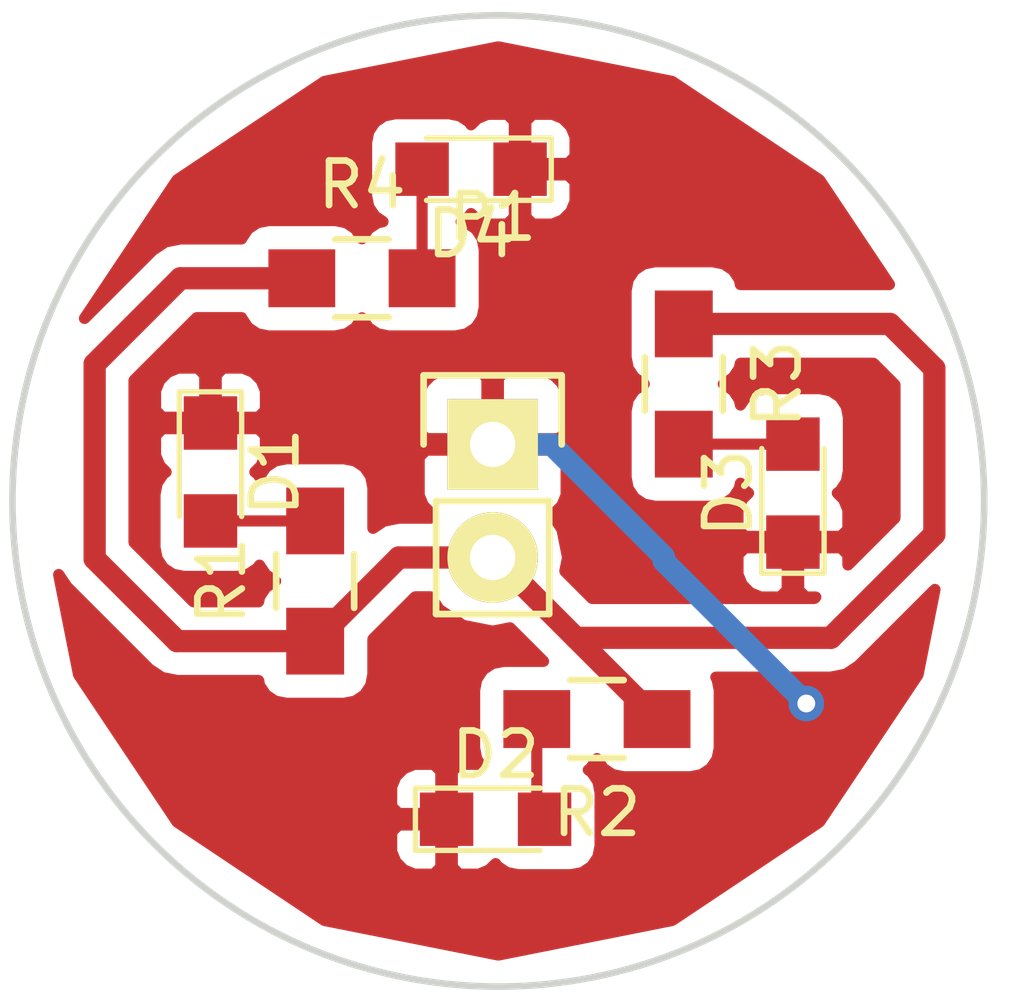
<source format=kicad_pcb>
(kicad_pcb (version 20170123) (host pcbnew no-vcs-found-7545~57~ubuntu16.04.1)

  (general
    (links 12)
    (no_connects 0)
    (area 29.403776 16.068776 51.368224 38.033224)
    (thickness 1.6)
    (drawings 1)
    (tracks 27)
    (zones 0)
    (modules 9)
    (nets 7)
  )

  (page A4)
  (title_block
    (title "Round PCB Example")
    (date 2017-02-02)
    (rev 0.1)
    (company "Amitesh Singh")
  )

  (layers
    (0 F.Cu signal)
    (31 B.Cu signal)
    (32 B.Adhes user)
    (33 F.Adhes user)
    (34 B.Paste user)
    (35 F.Paste user)
    (36 B.SilkS user)
    (37 F.SilkS user)
    (38 B.Mask user)
    (39 F.Mask user)
    (40 Dwgs.User user)
    (41 Cmts.User user)
    (42 Eco1.User user)
    (43 Eco2.User user)
    (44 Edge.Cuts user)
    (45 Margin user)
    (46 B.CrtYd user)
    (47 F.CrtYd user)
    (48 B.Fab user)
    (49 F.Fab user)
  )

  (setup
    (last_trace_width 0.25)
    (trace_clearance 0.2)
    (zone_clearance 0.508)
    (zone_45_only no)
    (trace_min 0.2)
    (segment_width 0.2)
    (edge_width 0.15)
    (via_size 0.8)
    (via_drill 0.4)
    (via_min_size 0.4)
    (via_min_drill 0.3)
    (uvia_size 0.3)
    (uvia_drill 0.1)
    (uvias_allowed no)
    (uvia_min_size 0.2)
    (uvia_min_drill 0.1)
    (pcb_text_width 0.3)
    (pcb_text_size 1.5 1.5)
    (mod_edge_width 0.15)
    (mod_text_size 1 1)
    (mod_text_width 0.15)
    (pad_size 1.524 1.524)
    (pad_drill 0.762)
    (pad_to_mask_clearance 0.2)
    (aux_axis_origin 0 0)
    (visible_elements FFFFF77F)
    (pcbplotparams
      (layerselection 0x00030_ffffffff)
      (usegerberextensions false)
      (excludeedgelayer true)
      (linewidth 0.100000)
      (plotframeref false)
      (viasonmask false)
      (mode 1)
      (useauxorigin false)
      (hpglpennumber 1)
      (hpglpenspeed 20)
      (hpglpendiameter 15)
      (psnegative false)
      (psa4output false)
      (plotreference true)
      (plotvalue true)
      (plotinvisibletext false)
      (padsonsilk false)
      (subtractmaskfromsilk false)
      (outputformat 1)
      (mirror false)
      (drillshape 1)
      (scaleselection 1)
      (outputdirectory ""))
  )

  (net 0 "")
  (net 1 "Net-(D1-Pad2)")
  (net 2 GND)
  (net 3 "Net-(D2-Pad2)")
  (net 4 "Net-(D3-Pad2)")
  (net 5 "Net-(D4-Pad2)")
  (net 6 VCC)

  (net_class Default "This is the default net class."
    (clearance 0.2)
    (trace_width 0.25)
    (via_dia 0.8)
    (via_drill 0.4)
    (uvia_dia 0.3)
    (uvia_drill 0.1)
    (add_net "Net-(D1-Pad2)")
    (add_net "Net-(D2-Pad2)")
    (add_net "Net-(D3-Pad2)")
    (add_net "Net-(D4-Pad2)")
  )

  (net_class power ""
    (clearance 0.3)
    (trace_width 0.5)
    (via_dia 0.8)
    (via_drill 0.4)
    (uvia_dia 0.3)
    (uvia_drill 0.1)
    (add_net GND)
    (add_net VCC)
  )

  (module LEDs:LED_0805 (layer F.Cu) (tedit 57FE93EC) (tstamp 58923117)
    (at 33.925 26.4 270)
    (descr "LED 0805 smd package")
    (tags "LED led 0805 SMD smd SMT smt smdled SMDLED smtled SMTLED")
    (path /58922E2D)
    (attr smd)
    (fp_text reference D1 (at 0 -1.45 270) (layer F.SilkS)
      (effects (font (size 1 1) (thickness 0.15)))
    )
    (fp_text value LED (at 0 1.55 270) (layer F.Fab)
      (effects (font (size 1 1) (thickness 0.15)))
    )
    (fp_line (start -1.8 -0.7) (end -1.8 0.7) (layer F.SilkS) (width 0.12))
    (fp_line (start -0.4 -0.4) (end -0.4 0.4) (layer F.Fab) (width 0.1))
    (fp_line (start -0.4 0) (end 0.2 -0.4) (layer F.Fab) (width 0.1))
    (fp_line (start 0.2 0.4) (end -0.4 0) (layer F.Fab) (width 0.1))
    (fp_line (start 0.2 -0.4) (end 0.2 0.4) (layer F.Fab) (width 0.1))
    (fp_line (start 1 0.6) (end -1 0.6) (layer F.Fab) (width 0.1))
    (fp_line (start 1 -0.6) (end 1 0.6) (layer F.Fab) (width 0.1))
    (fp_line (start -1 -0.6) (end 1 -0.6) (layer F.Fab) (width 0.1))
    (fp_line (start -1 0.6) (end -1 -0.6) (layer F.Fab) (width 0.1))
    (fp_line (start -1.8 0.7) (end 1 0.7) (layer F.SilkS) (width 0.12))
    (fp_line (start -1.8 -0.7) (end 1 -0.7) (layer F.SilkS) (width 0.12))
    (fp_line (start 1.95 -0.85) (end 1.95 0.85) (layer F.CrtYd) (width 0.05))
    (fp_line (start 1.95 0.85) (end -1.95 0.85) (layer F.CrtYd) (width 0.05))
    (fp_line (start -1.95 0.85) (end -1.95 -0.85) (layer F.CrtYd) (width 0.05))
    (fp_line (start -1.95 -0.85) (end 1.95 -0.85) (layer F.CrtYd) (width 0.05))
    (pad 2 smd rect (at 1.1 0 90) (size 1.2 1.2) (layers F.Cu F.Paste F.Mask)
      (net 1 "Net-(D1-Pad2)"))
    (pad 1 smd rect (at -1.1 0 90) (size 1.2 1.2) (layers F.Cu F.Paste F.Mask)
      (net 2 GND))
    (model LEDs.3dshapes/LED_0805.wrl
      (at (xyz 0 0 0))
      (scale (xyz 1 1 1))
      (rotate (xyz 0 0 180))
    )
  )

  (module LEDs:LED_0805 (layer F.Cu) (tedit 57FE93EC) (tstamp 5892311D)
    (at 40.325 34.2)
    (descr "LED 0805 smd package")
    (tags "LED led 0805 SMD smd SMT smt smdled SMDLED smtled SMTLED")
    (path /58922EA5)
    (attr smd)
    (fp_text reference D2 (at 0 -1.45) (layer F.SilkS)
      (effects (font (size 1 1) (thickness 0.15)))
    )
    (fp_text value LED (at 0 1.55) (layer F.Fab)
      (effects (font (size 1 1) (thickness 0.15)))
    )
    (fp_line (start -1.95 -0.85) (end 1.95 -0.85) (layer F.CrtYd) (width 0.05))
    (fp_line (start -1.95 0.85) (end -1.95 -0.85) (layer F.CrtYd) (width 0.05))
    (fp_line (start 1.95 0.85) (end -1.95 0.85) (layer F.CrtYd) (width 0.05))
    (fp_line (start 1.95 -0.85) (end 1.95 0.85) (layer F.CrtYd) (width 0.05))
    (fp_line (start -1.8 -0.7) (end 1 -0.7) (layer F.SilkS) (width 0.12))
    (fp_line (start -1.8 0.7) (end 1 0.7) (layer F.SilkS) (width 0.12))
    (fp_line (start -1 0.6) (end -1 -0.6) (layer F.Fab) (width 0.1))
    (fp_line (start -1 -0.6) (end 1 -0.6) (layer F.Fab) (width 0.1))
    (fp_line (start 1 -0.6) (end 1 0.6) (layer F.Fab) (width 0.1))
    (fp_line (start 1 0.6) (end -1 0.6) (layer F.Fab) (width 0.1))
    (fp_line (start 0.2 -0.4) (end 0.2 0.4) (layer F.Fab) (width 0.1))
    (fp_line (start 0.2 0.4) (end -0.4 0) (layer F.Fab) (width 0.1))
    (fp_line (start -0.4 0) (end 0.2 -0.4) (layer F.Fab) (width 0.1))
    (fp_line (start -0.4 -0.4) (end -0.4 0.4) (layer F.Fab) (width 0.1))
    (fp_line (start -1.8 -0.7) (end -1.8 0.7) (layer F.SilkS) (width 0.12))
    (pad 1 smd rect (at -1.1 0 180) (size 1.2 1.2) (layers F.Cu F.Paste F.Mask)
      (net 2 GND))
    (pad 2 smd rect (at 1.1 0 180) (size 1.2 1.2) (layers F.Cu F.Paste F.Mask)
      (net 3 "Net-(D2-Pad2)"))
    (model LEDs.3dshapes/LED_0805.wrl
      (at (xyz 0 0 0))
      (scale (xyz 1 1 1))
      (rotate (xyz 0 0 180))
    )
  )

  (module LEDs:LED_0805 (layer F.Cu) (tedit 57FE93EC) (tstamp 58923123)
    (at 47 26.875 90)
    (descr "LED 0805 smd package")
    (tags "LED led 0805 SMD smd SMT smt smdled SMDLED smtled SMTLED")
    (path /58922EC7)
    (attr smd)
    (fp_text reference D3 (at 0 -1.45 90) (layer F.SilkS)
      (effects (font (size 1 1) (thickness 0.15)))
    )
    (fp_text value LED (at 0 1.55 90) (layer F.Fab)
      (effects (font (size 1 1) (thickness 0.15)))
    )
    (fp_line (start -1.8 -0.7) (end -1.8 0.7) (layer F.SilkS) (width 0.12))
    (fp_line (start -0.4 -0.4) (end -0.4 0.4) (layer F.Fab) (width 0.1))
    (fp_line (start -0.4 0) (end 0.2 -0.4) (layer F.Fab) (width 0.1))
    (fp_line (start 0.2 0.4) (end -0.4 0) (layer F.Fab) (width 0.1))
    (fp_line (start 0.2 -0.4) (end 0.2 0.4) (layer F.Fab) (width 0.1))
    (fp_line (start 1 0.6) (end -1 0.6) (layer F.Fab) (width 0.1))
    (fp_line (start 1 -0.6) (end 1 0.6) (layer F.Fab) (width 0.1))
    (fp_line (start -1 -0.6) (end 1 -0.6) (layer F.Fab) (width 0.1))
    (fp_line (start -1 0.6) (end -1 -0.6) (layer F.Fab) (width 0.1))
    (fp_line (start -1.8 0.7) (end 1 0.7) (layer F.SilkS) (width 0.12))
    (fp_line (start -1.8 -0.7) (end 1 -0.7) (layer F.SilkS) (width 0.12))
    (fp_line (start 1.95 -0.85) (end 1.95 0.85) (layer F.CrtYd) (width 0.05))
    (fp_line (start 1.95 0.85) (end -1.95 0.85) (layer F.CrtYd) (width 0.05))
    (fp_line (start -1.95 0.85) (end -1.95 -0.85) (layer F.CrtYd) (width 0.05))
    (fp_line (start -1.95 -0.85) (end 1.95 -0.85) (layer F.CrtYd) (width 0.05))
    (pad 2 smd rect (at 1.1 0 270) (size 1.2 1.2) (layers F.Cu F.Paste F.Mask)
      (net 4 "Net-(D3-Pad2)"))
    (pad 1 smd rect (at -1.1 0 270) (size 1.2 1.2) (layers F.Cu F.Paste F.Mask)
      (net 2 GND))
    (model LEDs.3dshapes/LED_0805.wrl
      (at (xyz 0 0 0))
      (scale (xyz 1 1 1))
      (rotate (xyz 0 0 180))
    )
  )

  (module LEDs:LED_0805 (layer F.Cu) (tedit 57FE93EC) (tstamp 58923129)
    (at 39.775 19.6 180)
    (descr "LED 0805 smd package")
    (tags "LED led 0805 SMD smd SMT smt smdled SMDLED smtled SMTLED")
    (path /58922EEA)
    (attr smd)
    (fp_text reference D4 (at 0 -1.45 180) (layer F.SilkS)
      (effects (font (size 1 1) (thickness 0.15)))
    )
    (fp_text value LED (at 0 1.55 180) (layer F.Fab)
      (effects (font (size 1 1) (thickness 0.15)))
    )
    (fp_line (start -1.95 -0.85) (end 1.95 -0.85) (layer F.CrtYd) (width 0.05))
    (fp_line (start -1.95 0.85) (end -1.95 -0.85) (layer F.CrtYd) (width 0.05))
    (fp_line (start 1.95 0.85) (end -1.95 0.85) (layer F.CrtYd) (width 0.05))
    (fp_line (start 1.95 -0.85) (end 1.95 0.85) (layer F.CrtYd) (width 0.05))
    (fp_line (start -1.8 -0.7) (end 1 -0.7) (layer F.SilkS) (width 0.12))
    (fp_line (start -1.8 0.7) (end 1 0.7) (layer F.SilkS) (width 0.12))
    (fp_line (start -1 0.6) (end -1 -0.6) (layer F.Fab) (width 0.1))
    (fp_line (start -1 -0.6) (end 1 -0.6) (layer F.Fab) (width 0.1))
    (fp_line (start 1 -0.6) (end 1 0.6) (layer F.Fab) (width 0.1))
    (fp_line (start 1 0.6) (end -1 0.6) (layer F.Fab) (width 0.1))
    (fp_line (start 0.2 -0.4) (end 0.2 0.4) (layer F.Fab) (width 0.1))
    (fp_line (start 0.2 0.4) (end -0.4 0) (layer F.Fab) (width 0.1))
    (fp_line (start -0.4 0) (end 0.2 -0.4) (layer F.Fab) (width 0.1))
    (fp_line (start -0.4 -0.4) (end -0.4 0.4) (layer F.Fab) (width 0.1))
    (fp_line (start -1.8 -0.7) (end -1.8 0.7) (layer F.SilkS) (width 0.12))
    (pad 1 smd rect (at -1.1 0) (size 1.2 1.2) (layers F.Cu F.Paste F.Mask)
      (net 2 GND))
    (pad 2 smd rect (at 1.1 0) (size 1.2 1.2) (layers F.Cu F.Paste F.Mask)
      (net 5 "Net-(D4-Pad2)"))
    (model LEDs.3dshapes/LED_0805.wrl
      (at (xyz 0 0 0))
      (scale (xyz 1 1 1))
      (rotate (xyz 0 0 180))
    )
  )

  (module Pin_Headers:Pin_Header_Straight_1x02 (layer F.Cu) (tedit 5800E964) (tstamp 5892312F)
    (at 40.259 25.781)
    (descr "Through hole pin header")
    (tags "pin header")
    (path /58923D4E)
    (fp_text reference P1 (at 0 -5.1) (layer F.SilkS)
      (effects (font (size 1 1) (thickness 0.15)))
    )
    (fp_text value CONN_01X02 (at 0 -3.1) (layer F.Fab)
      (effects (font (size 1 1) (thickness 0.15)))
    )
    (fp_line (start -1.27 3.81) (end 1.27 3.81) (layer F.SilkS) (width 0.15))
    (fp_line (start -1.27 1.27) (end -1.27 3.81) (layer F.SilkS) (width 0.15))
    (fp_line (start -1.55 -1.55) (end 1.55 -1.55) (layer F.SilkS) (width 0.15))
    (fp_line (start -1.55 0) (end -1.55 -1.55) (layer F.SilkS) (width 0.15))
    (fp_line (start 1.27 1.27) (end -1.27 1.27) (layer F.SilkS) (width 0.15))
    (fp_line (start -1.75 4.3) (end 1.75 4.3) (layer F.CrtYd) (width 0.05))
    (fp_line (start -1.75 -1.75) (end 1.75 -1.75) (layer F.CrtYd) (width 0.05))
    (fp_line (start 1.75 -1.75) (end 1.75 4.3) (layer F.CrtYd) (width 0.05))
    (fp_line (start -1.75 -1.75) (end -1.75 4.3) (layer F.CrtYd) (width 0.05))
    (fp_line (start 1.55 -1.55) (end 1.55 0) (layer F.SilkS) (width 0.15))
    (fp_line (start 1.27 1.27) (end 1.27 3.81) (layer F.SilkS) (width 0.15))
    (pad 1 thru_hole rect (at 0 0) (size 2.032 2.032) (drill 1.016) (layers *.Cu *.Mask F.SilkS)
      (net 2 GND))
    (pad 2 thru_hole oval (at 0 2.54) (size 2.032 2.032) (drill 1.016) (layers *.Cu *.Mask F.SilkS)
      (net 6 VCC))
    (model Pin_Headers.3dshapes/Pin_Header_Straight_1x02.wrl
      (at (xyz 0 -0.05 0))
      (scale (xyz 1 1 1))
      (rotate (xyz 0 0 90))
    )
  )

  (module Resistors_SMD:R_0805_HandSoldering (layer F.Cu) (tedit 58307B90) (tstamp 58923135)
    (at 36.275 28.85 90)
    (descr "Resistor SMD 0805, hand soldering")
    (tags "resistor 0805")
    (path /58922F5C)
    (attr smd)
    (fp_text reference R1 (at 0 -2.1 90) (layer F.SilkS)
      (effects (font (size 1 1) (thickness 0.15)))
    )
    (fp_text value R (at 0 2.1 90) (layer F.Fab)
      (effects (font (size 1 1) (thickness 0.15)))
    )
    (fp_line (start -1 0.625) (end -1 -0.625) (layer F.Fab) (width 0.1))
    (fp_line (start 1 0.625) (end -1 0.625) (layer F.Fab) (width 0.1))
    (fp_line (start 1 -0.625) (end 1 0.625) (layer F.Fab) (width 0.1))
    (fp_line (start -1 -0.625) (end 1 -0.625) (layer F.Fab) (width 0.1))
    (fp_line (start -2.4 -1) (end 2.4 -1) (layer F.CrtYd) (width 0.05))
    (fp_line (start -2.4 1) (end 2.4 1) (layer F.CrtYd) (width 0.05))
    (fp_line (start -2.4 -1) (end -2.4 1) (layer F.CrtYd) (width 0.05))
    (fp_line (start 2.4 -1) (end 2.4 1) (layer F.CrtYd) (width 0.05))
    (fp_line (start 0.6 0.875) (end -0.6 0.875) (layer F.SilkS) (width 0.15))
    (fp_line (start -0.6 -0.875) (end 0.6 -0.875) (layer F.SilkS) (width 0.15))
    (pad 1 smd rect (at -1.35 0 90) (size 1.5 1.3) (layers F.Cu F.Paste F.Mask)
      (net 6 VCC))
    (pad 2 smd rect (at 1.35 0 90) (size 1.5 1.3) (layers F.Cu F.Paste F.Mask)
      (net 1 "Net-(D1-Pad2)"))
    (model Resistors_SMD.3dshapes/R_0805_HandSoldering.wrl
      (at (xyz 0 0 0))
      (scale (xyz 1 1 1))
      (rotate (xyz 0 0 0))
    )
  )

  (module Resistors_SMD:R_0805_HandSoldering (layer F.Cu) (tedit 58307B90) (tstamp 5892313B)
    (at 42.6 31.95 180)
    (descr "Resistor SMD 0805, hand soldering")
    (tags "resistor 0805")
    (path /58922FD1)
    (attr smd)
    (fp_text reference R2 (at 0 -2.1 180) (layer F.SilkS)
      (effects (font (size 1 1) (thickness 0.15)))
    )
    (fp_text value R (at 0 2.1 180) (layer F.Fab)
      (effects (font (size 1 1) (thickness 0.15)))
    )
    (fp_line (start -0.6 -0.875) (end 0.6 -0.875) (layer F.SilkS) (width 0.15))
    (fp_line (start 0.6 0.875) (end -0.6 0.875) (layer F.SilkS) (width 0.15))
    (fp_line (start 2.4 -1) (end 2.4 1) (layer F.CrtYd) (width 0.05))
    (fp_line (start -2.4 -1) (end -2.4 1) (layer F.CrtYd) (width 0.05))
    (fp_line (start -2.4 1) (end 2.4 1) (layer F.CrtYd) (width 0.05))
    (fp_line (start -2.4 -1) (end 2.4 -1) (layer F.CrtYd) (width 0.05))
    (fp_line (start -1 -0.625) (end 1 -0.625) (layer F.Fab) (width 0.1))
    (fp_line (start 1 -0.625) (end 1 0.625) (layer F.Fab) (width 0.1))
    (fp_line (start 1 0.625) (end -1 0.625) (layer F.Fab) (width 0.1))
    (fp_line (start -1 0.625) (end -1 -0.625) (layer F.Fab) (width 0.1))
    (pad 2 smd rect (at 1.35 0 180) (size 1.5 1.3) (layers F.Cu F.Paste F.Mask)
      (net 3 "Net-(D2-Pad2)"))
    (pad 1 smd rect (at -1.35 0 180) (size 1.5 1.3) (layers F.Cu F.Paste F.Mask)
      (net 6 VCC))
    (model Resistors_SMD.3dshapes/R_0805_HandSoldering.wrl
      (at (xyz 0 0 0))
      (scale (xyz 1 1 1))
      (rotate (xyz 0 0 0))
    )
  )

  (module Resistors_SMD:R_0805_HandSoldering (layer F.Cu) (tedit 58307B90) (tstamp 58923141)
    (at 44.55 24.425 270)
    (descr "Resistor SMD 0805, hand soldering")
    (tags "resistor 0805")
    (path /58922FFB)
    (attr smd)
    (fp_text reference R3 (at 0 -2.1 270) (layer F.SilkS)
      (effects (font (size 1 1) (thickness 0.15)))
    )
    (fp_text value R (at 0 2.1 270) (layer F.Fab)
      (effects (font (size 1 1) (thickness 0.15)))
    )
    (fp_line (start -1 0.625) (end -1 -0.625) (layer F.Fab) (width 0.1))
    (fp_line (start 1 0.625) (end -1 0.625) (layer F.Fab) (width 0.1))
    (fp_line (start 1 -0.625) (end 1 0.625) (layer F.Fab) (width 0.1))
    (fp_line (start -1 -0.625) (end 1 -0.625) (layer F.Fab) (width 0.1))
    (fp_line (start -2.4 -1) (end 2.4 -1) (layer F.CrtYd) (width 0.05))
    (fp_line (start -2.4 1) (end 2.4 1) (layer F.CrtYd) (width 0.05))
    (fp_line (start -2.4 -1) (end -2.4 1) (layer F.CrtYd) (width 0.05))
    (fp_line (start 2.4 -1) (end 2.4 1) (layer F.CrtYd) (width 0.05))
    (fp_line (start 0.6 0.875) (end -0.6 0.875) (layer F.SilkS) (width 0.15))
    (fp_line (start -0.6 -0.875) (end 0.6 -0.875) (layer F.SilkS) (width 0.15))
    (pad 1 smd rect (at -1.35 0 270) (size 1.5 1.3) (layers F.Cu F.Paste F.Mask)
      (net 6 VCC))
    (pad 2 smd rect (at 1.35 0 270) (size 1.5 1.3) (layers F.Cu F.Paste F.Mask)
      (net 4 "Net-(D3-Pad2)"))
    (model Resistors_SMD.3dshapes/R_0805_HandSoldering.wrl
      (at (xyz 0 0 0))
      (scale (xyz 1 1 1))
      (rotate (xyz 0 0 0))
    )
  )

  (module Resistors_SMD:R_0805_HandSoldering (layer F.Cu) (tedit 58307B90) (tstamp 58923147)
    (at 37.325 22.05)
    (descr "Resistor SMD 0805, hand soldering")
    (tags "resistor 0805")
    (path /5892302E)
    (attr smd)
    (fp_text reference R4 (at 0 -2.1) (layer F.SilkS)
      (effects (font (size 1 1) (thickness 0.15)))
    )
    (fp_text value R (at 0 2.1) (layer F.Fab)
      (effects (font (size 1 1) (thickness 0.15)))
    )
    (fp_line (start -0.6 -0.875) (end 0.6 -0.875) (layer F.SilkS) (width 0.15))
    (fp_line (start 0.6 0.875) (end -0.6 0.875) (layer F.SilkS) (width 0.15))
    (fp_line (start 2.4 -1) (end 2.4 1) (layer F.CrtYd) (width 0.05))
    (fp_line (start -2.4 -1) (end -2.4 1) (layer F.CrtYd) (width 0.05))
    (fp_line (start -2.4 1) (end 2.4 1) (layer F.CrtYd) (width 0.05))
    (fp_line (start -2.4 -1) (end 2.4 -1) (layer F.CrtYd) (width 0.05))
    (fp_line (start -1 -0.625) (end 1 -0.625) (layer F.Fab) (width 0.1))
    (fp_line (start 1 -0.625) (end 1 0.625) (layer F.Fab) (width 0.1))
    (fp_line (start 1 0.625) (end -1 0.625) (layer F.Fab) (width 0.1))
    (fp_line (start -1 0.625) (end -1 -0.625) (layer F.Fab) (width 0.1))
    (pad 2 smd rect (at 1.35 0) (size 1.5 1.3) (layers F.Cu F.Paste F.Mask)
      (net 5 "Net-(D4-Pad2)"))
    (pad 1 smd rect (at -1.35 0) (size 1.5 1.3) (layers F.Cu F.Paste F.Mask)
      (net 6 VCC))
    (model Resistors_SMD.3dshapes/R_0805_HandSoldering.wrl
      (at (xyz 0 0 0))
      (scale (xyz 1 1 1))
      (rotate (xyz 0 0 0))
    )
  )

  (gr_circle (center 40.386 27.051) (end 35.306 17.399) (layer Edge.Cuts) (width 0.15))

  (segment (start 33.925 27.5) (end 36.275 27.5) (width 0.25) (layer F.Cu) (net 1))
  (segment (start 40.259 25.781) (end 41.581 25.781) (width 0.5) (layer B.Cu) (net 2))
  (segment (start 45.9 33) (end 45.8 33) (width 0.5) (layer F.Cu) (net 2) (tstamp 589238A7))
  (segment (start 47.3 31.6) (end 45.9 33) (width 0.5) (layer F.Cu) (net 2) (tstamp 589238A6))
  (via (at 47.3 31.6) (size 0.8) (drill 0.4) (layers F.Cu B.Cu) (net 2))
  (segment (start 44.1 28.4) (end 47.3 31.6) (width 0.5) (layer B.Cu) (net 2) (tstamp 58923894))
  (segment (start 44.1 28.3) (end 44.1 28.4) (width 0.5) (layer B.Cu) (net 2) (tstamp 58923892))
  (segment (start 41.581 25.781) (end 44.1 28.3) (width 0.5) (layer B.Cu) (net 2) (tstamp 5892388B))
  (segment (start 41.25 31.95) (end 41.25 34.025) (width 0.25) (layer F.Cu) (net 3))
  (segment (start 41.25 34.025) (end 41.425 34.2) (width 0.25) (layer F.Cu) (net 3) (tstamp 589237ED))
  (segment (start 44.55 25.775) (end 47 25.775) (width 0.25) (layer F.Cu) (net 4))
  (segment (start 38.675 22.05) (end 38.675 19.6) (width 0.25) (layer F.Cu) (net 5))
  (segment (start 35.975 22.05) (end 33.25 22.05) (width 0.5) (layer F.Cu) (net 6))
  (segment (start 33.175 30.2) (end 36.275 30.2) (width 0.5) (layer F.Cu) (net 6) (tstamp 589237DA))
  (segment (start 31.325 28.35) (end 33.175 30.2) (width 0.5) (layer F.Cu) (net 6) (tstamp 589237D8))
  (segment (start 31.325 23.975) (end 31.325 28.35) (width 0.5) (layer F.Cu) (net 6) (tstamp 589237D6))
  (segment (start 33.25 22.05) (end 31.325 23.975) (width 0.5) (layer F.Cu) (net 6) (tstamp 589237D2))
  (segment (start 44.55 23.075) (end 49.175 23.075) (width 0.5) (layer F.Cu) (net 6))
  (segment (start 47.85 30.125) (end 42.125 30.125) (width 0.5) (layer F.Cu) (net 6) (tstamp 589237A6))
  (segment (start 50.175 27.8) (end 47.85 30.125) (width 0.5) (layer F.Cu) (net 6) (tstamp 5892379E))
  (segment (start 50.175 24.075) (end 50.175 27.8) (width 0.5) (layer F.Cu) (net 6) (tstamp 5892379A))
  (segment (start 49.175 23.075) (end 50.175 24.075) (width 0.5) (layer F.Cu) (net 6) (tstamp 58923797))
  (segment (start 40.259 28.321) (end 38.154 28.321) (width 0.5) (layer F.Cu) (net 6))
  (segment (start 38.154 28.321) (end 36.275 30.2) (width 0.5) (layer F.Cu) (net 6) (tstamp 5892373C))
  (segment (start 40.259 28.321) (end 40.321 28.321) (width 0.5) (layer F.Cu) (net 6))
  (segment (start 40.321 28.321) (end 42.125 30.125) (width 0.5) (layer F.Cu) (net 6) (tstamp 5892372E))
  (segment (start 42.125 30.125) (end 43.95 31.95) (width 0.5) (layer F.Cu) (net 6) (tstamp 589237AB))

  (zone (net 2) (net_name GND) (layer F.Cu) (tstamp 58923805) (hatch edge 0.508)
    (connect_pads (clearance 0.508))
    (min_thickness 0.254)
    (fill yes (arc_segments 16) (thermal_gap 0.508) (thermal_bridge_width 0.508))
    (polygon
      (pts
        (xy 29.2 15.8) (xy 52.2 15.8) (xy 52.2 38.3) (xy 29.3 37.8)
      )
    )
    (filled_polygon
      (pts
        (xy 30.583462 28.80256) (xy 30.69921 28.97579) (xy 32.549208 30.825787) (xy 32.54921 30.82579) (xy 32.824901 31.01)
        (xy 32.836325 31.017633) (xy 33.175 31.085001) (xy 33.175005 31.085) (xy 35.004413 31.085) (xy 35.026843 31.197765)
        (xy 35.167191 31.407809) (xy 35.377235 31.548157) (xy 35.625 31.59744) (xy 36.925 31.59744) (xy 37.172765 31.548157)
        (xy 37.382809 31.407809) (xy 37.523157 31.197765) (xy 37.57244 30.95) (xy 37.57244 30.15414) (xy 38.520579 29.206)
        (xy 38.870506 29.206) (xy 39.059222 29.488433) (xy 39.594845 29.846325) (xy 40.226655 29.972) (xy 40.291345 29.972)
        (xy 40.649232 29.900812) (xy 41.400981 30.65256) (xy 40.5 30.65256) (xy 40.252235 30.701843) (xy 40.042191 30.842191)
        (xy 39.901843 31.052235) (xy 39.85256 31.3) (xy 39.85256 32.6) (xy 39.901843 32.847765) (xy 39.991225 32.981534)
        (xy 39.951309 32.965) (xy 39.51075 32.965) (xy 39.352 33.12375) (xy 39.352 34.073) (xy 39.372 34.073)
        (xy 39.372 34.327) (xy 39.352 34.327) (xy 39.352 35.27625) (xy 39.51075 35.435) (xy 39.951309 35.435)
        (xy 40.184698 35.338327) (xy 40.326346 35.19668) (xy 40.367191 35.257809) (xy 40.577235 35.398157) (xy 40.825 35.44744)
        (xy 42.025 35.44744) (xy 42.272765 35.398157) (xy 42.482809 35.257809) (xy 42.623157 35.047765) (xy 42.67244 34.8)
        (xy 42.67244 33.6) (xy 42.623157 33.352235) (xy 42.482809 33.142191) (xy 42.407166 33.091648) (xy 42.457809 33.057809)
        (xy 42.598157 32.847765) (xy 42.6 32.8385) (xy 42.601843 32.847765) (xy 42.742191 33.057809) (xy 42.952235 33.198157)
        (xy 43.2 33.24744) (xy 44.7 33.24744) (xy 44.947765 33.198157) (xy 45.157809 33.057809) (xy 45.298157 32.847765)
        (xy 45.34744 32.6) (xy 45.34744 31.3) (xy 45.298157 31.052235) (xy 45.269936 31.01) (xy 47.849995 31.01)
        (xy 47.85 31.010001) (xy 48.135008 30.953308) (xy 48.188675 30.942633) (xy 48.47579 30.75079) (xy 50.187837 29.038743)
        (xy 49.807006 30.953308) (xy 47.596526 34.261526) (xy 44.288308 36.472006) (xy 40.386 37.248223) (xy 36.483692 36.472006)
        (xy 33.51105 34.48575) (xy 37.99 34.48575) (xy 37.99 34.92631) (xy 38.086673 35.159699) (xy 38.265302 35.338327)
        (xy 38.498691 35.435) (xy 38.93925 35.435) (xy 39.098 35.27625) (xy 39.098 34.327) (xy 38.14875 34.327)
        (xy 37.99 34.48575) (xy 33.51105 34.48575) (xy 33.175474 34.261526) (xy 32.649059 33.47369) (xy 37.99 33.47369)
        (xy 37.99 33.91425) (xy 38.14875 34.073) (xy 39.098 34.073) (xy 39.098 33.12375) (xy 38.93925 32.965)
        (xy 38.498691 32.965) (xy 38.265302 33.061673) (xy 38.086673 33.240301) (xy 37.99 33.47369) (xy 32.649059 33.47369)
        (xy 30.964994 30.953308) (xy 30.517567 28.703941)
      )
    )
    (filled_polygon
      (pts
        (xy 44.288308 17.629994) (xy 47.596526 19.840474) (xy 49.166429 22.19) (xy 45.820587 22.19) (xy 45.798157 22.077235)
        (xy 45.657809 21.867191) (xy 45.447765 21.726843) (xy 45.2 21.67756) (xy 43.9 21.67756) (xy 43.652235 21.726843)
        (xy 43.442191 21.867191) (xy 43.301843 22.077235) (xy 43.25256 22.325) (xy 43.25256 23.825) (xy 43.301843 24.072765)
        (xy 43.442191 24.282809) (xy 43.652235 24.423157) (xy 43.6615 24.425) (xy 43.652235 24.426843) (xy 43.442191 24.567191)
        (xy 43.301843 24.777235) (xy 43.25256 25.025) (xy 43.25256 26.525) (xy 43.301843 26.772765) (xy 43.442191 26.982809)
        (xy 43.652235 27.123157) (xy 43.9 27.17244) (xy 45.2 27.17244) (xy 45.447765 27.123157) (xy 45.657809 26.982809)
        (xy 45.798157 26.772765) (xy 45.821995 26.652924) (xy 45.942191 26.832809) (xy 46.00332 26.873654) (xy 45.861673 27.015302)
        (xy 45.765 27.248691) (xy 45.765 27.68925) (xy 45.92375 27.848) (xy 46.873 27.848) (xy 46.873 27.828)
        (xy 47.127 27.828) (xy 47.127 27.848) (xy 48.07625 27.848) (xy 48.235 27.68925) (xy 48.235 27.248691)
        (xy 48.138327 27.015302) (xy 47.99668 26.873654) (xy 48.057809 26.832809) (xy 48.198157 26.622765) (xy 48.24744 26.375)
        (xy 48.24744 25.175) (xy 48.198157 24.927235) (xy 48.057809 24.717191) (xy 47.847765 24.576843) (xy 47.6 24.52756)
        (xy 46.4 24.52756) (xy 46.152235 24.576843) (xy 45.942191 24.717191) (xy 45.821995 24.897076) (xy 45.798157 24.777235)
        (xy 45.657809 24.567191) (xy 45.447765 24.426843) (xy 45.4385 24.425) (xy 45.447765 24.423157) (xy 45.657809 24.282809)
        (xy 45.798157 24.072765) (xy 45.820587 23.96) (xy 48.80842 23.96) (xy 49.29 24.441579) (xy 49.29 27.433421)
        (xy 48.235 28.48842) (xy 48.235 28.26075) (xy 48.07625 28.102) (xy 47.127 28.102) (xy 47.127 29.05125)
        (xy 47.28575 29.21) (xy 47.51342 29.21) (xy 47.48342 29.24) (xy 42.491579 29.24) (xy 41.880997 28.629417)
        (xy 41.942345 28.321) (xy 41.930361 28.26075) (xy 45.765 28.26075) (xy 45.765 28.701309) (xy 45.861673 28.934698)
        (xy 46.040301 29.113327) (xy 46.27369 29.21) (xy 46.71425 29.21) (xy 46.873 29.05125) (xy 46.873 28.102)
        (xy 45.92375 28.102) (xy 45.765 28.26075) (xy 41.930361 28.26075) (xy 41.81667 27.68919) (xy 41.592034 27.352999)
        (xy 41.634698 27.335327) (xy 41.813327 27.156699) (xy 41.91 26.92331) (xy 41.91 26.06675) (xy 41.75125 25.908)
        (xy 40.386 25.908) (xy 40.386 25.928) (xy 40.132 25.928) (xy 40.132 25.908) (xy 38.76675 25.908)
        (xy 38.608 26.06675) (xy 38.608 26.92331) (xy 38.704673 27.156699) (xy 38.883302 27.335327) (xy 38.925966 27.352999)
        (xy 38.870506 27.436) (xy 38.154005 27.436) (xy 38.154 27.435999) (xy 37.832252 27.5) (xy 37.815325 27.503367)
        (xy 37.57244 27.665657) (xy 37.57244 26.75) (xy 37.523157 26.502235) (xy 37.382809 26.292191) (xy 37.172765 26.151843)
        (xy 36.925 26.10256) (xy 35.625 26.10256) (xy 35.377235 26.151843) (xy 35.167191 26.292191) (xy 35.026843 26.502235)
        (xy 35.025945 26.506748) (xy 34.982809 26.442191) (xy 34.92168 26.401346) (xy 35.063327 26.259698) (xy 35.16 26.026309)
        (xy 35.16 25.58575) (xy 35.00125 25.427) (xy 34.052 25.427) (xy 34.052 25.447) (xy 33.798 25.447)
        (xy 33.798 25.427) (xy 32.84875 25.427) (xy 32.69 25.58575) (xy 32.69 26.026309) (xy 32.786673 26.259698)
        (xy 32.92832 26.401346) (xy 32.867191 26.442191) (xy 32.726843 26.652235) (xy 32.67756 26.9) (xy 32.67756 28.1)
        (xy 32.726843 28.347765) (xy 32.867191 28.557809) (xy 33.077235 28.698157) (xy 33.325 28.74744) (xy 34.525 28.74744)
        (xy 34.772765 28.698157) (xy 34.982809 28.557809) (xy 35.025945 28.493252) (xy 35.026843 28.497765) (xy 35.167191 28.707809)
        (xy 35.377235 28.848157) (xy 35.3865 28.85) (xy 35.377235 28.851843) (xy 35.167191 28.992191) (xy 35.026843 29.202235)
        (xy 35.004413 29.315) (xy 33.541579 29.315) (xy 32.21 27.98342) (xy 32.21 24.573691) (xy 32.69 24.573691)
        (xy 32.69 25.01425) (xy 32.84875 25.173) (xy 33.798 25.173) (xy 33.798 24.22375) (xy 34.052 24.22375)
        (xy 34.052 25.173) (xy 35.00125 25.173) (xy 35.16 25.01425) (xy 35.16 24.63869) (xy 38.608 24.63869)
        (xy 38.608 25.49525) (xy 38.76675 25.654) (xy 40.132 25.654) (xy 40.132 24.28875) (xy 40.386 24.28875)
        (xy 40.386 25.654) (xy 41.75125 25.654) (xy 41.91 25.49525) (xy 41.91 24.63869) (xy 41.813327 24.405301)
        (xy 41.634698 24.226673) (xy 41.401309 24.13) (xy 40.54475 24.13) (xy 40.386 24.28875) (xy 40.132 24.28875)
        (xy 39.97325 24.13) (xy 39.116691 24.13) (xy 38.883302 24.226673) (xy 38.704673 24.405301) (xy 38.608 24.63869)
        (xy 35.16 24.63869) (xy 35.16 24.573691) (xy 35.063327 24.340302) (xy 34.884699 24.161673) (xy 34.65131 24.065)
        (xy 34.21075 24.065) (xy 34.052 24.22375) (xy 33.798 24.22375) (xy 33.63925 24.065) (xy 33.19869 24.065)
        (xy 32.965301 24.161673) (xy 32.786673 24.340302) (xy 32.69 24.573691) (xy 32.21 24.573691) (xy 32.21 24.34158)
        (xy 33.616579 22.935) (xy 34.624304 22.935) (xy 34.626843 22.947765) (xy 34.767191 23.157809) (xy 34.977235 23.298157)
        (xy 35.225 23.34744) (xy 36.725 23.34744) (xy 36.972765 23.298157) (xy 37.182809 23.157809) (xy 37.323157 22.947765)
        (xy 37.325 22.9385) (xy 37.326843 22.947765) (xy 37.467191 23.157809) (xy 37.677235 23.298157) (xy 37.925 23.34744)
        (xy 39.425 23.34744) (xy 39.672765 23.298157) (xy 39.882809 23.157809) (xy 40.023157 22.947765) (xy 40.07244 22.7)
        (xy 40.07244 21.4) (xy 40.023157 21.152235) (xy 39.882809 20.942191) (xy 39.672765 20.801843) (xy 39.552924 20.778005)
        (xy 39.732809 20.657809) (xy 39.773654 20.59668) (xy 39.915302 20.738327) (xy 40.148691 20.835) (xy 40.58925 20.835)
        (xy 40.748 20.67625) (xy 40.748 19.727) (xy 41.002 19.727) (xy 41.002 20.67625) (xy 41.16075 20.835)
        (xy 41.601309 20.835) (xy 41.834698 20.738327) (xy 42.013327 20.559699) (xy 42.11 20.32631) (xy 42.11 19.88575)
        (xy 41.95125 19.727) (xy 41.002 19.727) (xy 40.748 19.727) (xy 40.728 19.727) (xy 40.728 19.473)
        (xy 40.748 19.473) (xy 40.748 18.52375) (xy 41.002 18.52375) (xy 41.002 19.473) (xy 41.95125 19.473)
        (xy 42.11 19.31425) (xy 42.11 18.87369) (xy 42.013327 18.640301) (xy 41.834698 18.461673) (xy 41.601309 18.365)
        (xy 41.16075 18.365) (xy 41.002 18.52375) (xy 40.748 18.52375) (xy 40.58925 18.365) (xy 40.148691 18.365)
        (xy 39.915302 18.461673) (xy 39.773654 18.60332) (xy 39.732809 18.542191) (xy 39.522765 18.401843) (xy 39.275 18.35256)
        (xy 38.075 18.35256) (xy 37.827235 18.401843) (xy 37.617191 18.542191) (xy 37.476843 18.752235) (xy 37.42756 19)
        (xy 37.42756 20.2) (xy 37.476843 20.447765) (xy 37.617191 20.657809) (xy 37.797076 20.778005) (xy 37.677235 20.801843)
        (xy 37.467191 20.942191) (xy 37.326843 21.152235) (xy 37.325 21.1615) (xy 37.323157 21.152235) (xy 37.182809 20.942191)
        (xy 36.972765 20.801843) (xy 36.725 20.75256) (xy 35.225 20.75256) (xy 34.977235 20.801843) (xy 34.767191 20.942191)
        (xy 34.626843 21.152235) (xy 34.624304 21.165) (xy 33.250005 21.165) (xy 33.25 21.164999) (xy 32.911325 21.232367)
        (xy 32.62421 21.42421) (xy 32.624208 21.424213) (xy 31.096418 22.952003) (xy 33.175474 19.840474) (xy 36.483692 17.629994)
        (xy 40.386 16.853777)
      )
    )
  )
)

</source>
